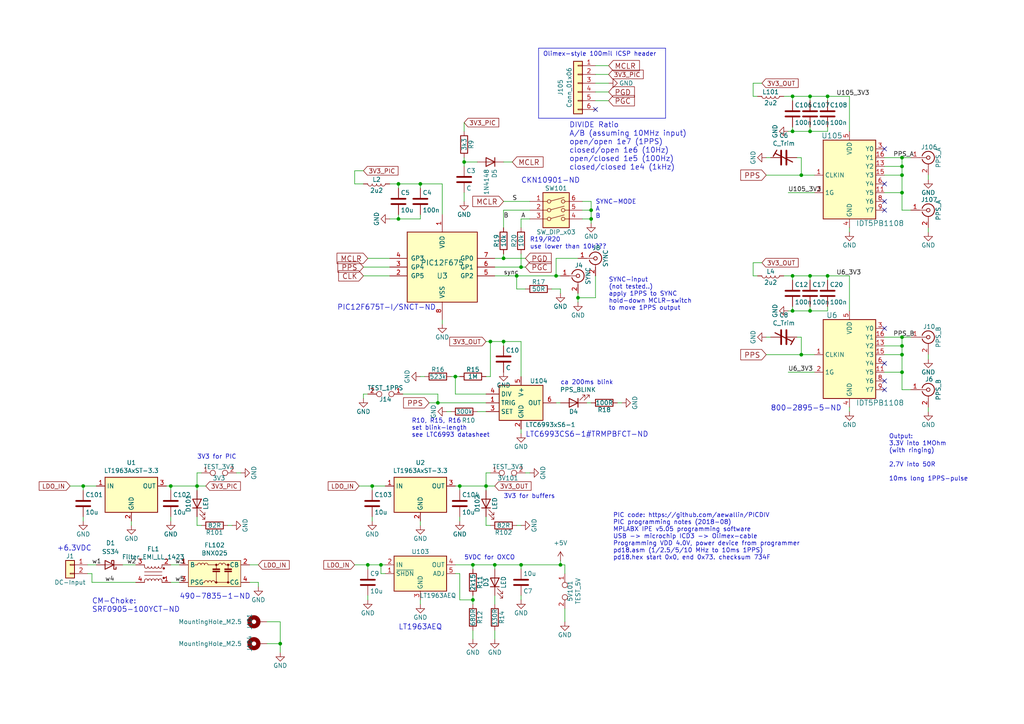
<source format=kicad_sch>
(kicad_sch (version 20231120) (generator "eeschema") (generator_version "8.0")
  (paper "A4")
  (title_block (title "PICDIV - PPS-board - v4 AF") (date "2024-11-19") (rev "2024-11") (company "anders.e.e.wallin \"at\" gmail.com") (comment 1 "2018-08-01 first proto-boards order") (comment 2 "2018-08 revision based on first protoboard, second protoboard run") (comment 3 "2019-01 version3 design, publish on github"))
  (junction (at 229.87 27.94))
  (junction (at 229.87 90.17))
  (junction (at 229.87 80.01))
  (junction (at 229.87 38.1))
  (junction (at 149.86 80.01))
  (junction (at 171.45 63.5))
  (junction (at 121.92 53.34))
  (junction (at 142.24 99.06))
  (junction (at 234.95 27.94))
  (junction (at 137.16 163.83))
  (junction (at 167.64 86.36))
  (junction (at 261.62 102.87))
  (junction (at 146.05 99.06))
  (junction (at 234.95 90.17))
  (junction (at 162.56 163.83))
  (junction (at 232.41 50.8))
  (junction (at 110.49 163.83))
  (junction (at 234.95 38.1))
  (junction (at 134.62 46.99))
  (junction (at 137.16 173.99))
  (junction (at 132.08 109.22))
  (junction (at 57.15 140.97))
  (junction (at 81.28 186.69))
  (junction (at 140.97 140.97))
  (junction (at 261.62 48.26))
  (junction (at 151.13 77.47))
  (junction (at 240.03 80.01))
  (junction (at 49.53 140.97))
  (junction (at 232.41 102.87))
  (junction (at 261.62 97.79))
  (junction (at 107.95 140.97))
  (junction (at 24.13 140.97))
  (junction (at 161.29 80.01))
  (junction (at 261.62 50.8))
  (junction (at 127 116.84))
  (junction (at 115.57 63.5))
  (junction (at 171.45 60.96))
  (junction (at 146.05 74.93))
  (junction (at 234.95 80.01))
  (junction (at 143.51 163.83))
  (junction (at 240.03 27.94))
  (junction (at 133.35 140.97))
  (junction (at 151.13 163.83))
  (junction (at 261.62 45.72))
  (junction (at 261.62 100.33))
  (junction (at 261.62 55.88))
  (junction (at 261.62 107.95))
  (junction (at 106.68 163.83))
  (junction (at 115.57 53.34))
  (no_connect (at 256.54 53.34))
  (no_connect (at 256.54 58.42))
  (no_connect (at 256.54 43.18))
  (no_connect (at 172.72 31.75))
  (no_connect (at 256.54 113.03))
  (no_connect (at 256.54 95.25))
  (no_connect (at 256.54 105.41))
  (no_connect (at 256.54 110.49))
  (no_connect (at 256.54 60.96))
  (wire (pts (xy 234.95 36.83) (xy 234.95 38.1)))
  (wire (pts (xy 161.29 80.01) (xy 149.86 80.01)))
  (wire (pts (xy 176.53 21.59) (xy 172.72 21.59)))
  (wire (pts (xy 81.28 180.34) (xy 81.28 186.69)))
  (wire (pts (xy 256.54 45.72) (xy 261.62 45.72)))
  (wire (pts (xy 171.45 63.5) (xy 171.45 64.77)))
  (wire (pts (xy 151.13 125.73) (xy 151.13 124.46)))
  (wire (pts (xy 176.53 19.05) (xy 172.72 19.05)))
  (wire (pts (xy 240.03 90.17) (xy 240.03 88.9)))
  (polyline (pts (xy 156.21 13.97) (xy 193.04 13.97)))
  (wire (pts (xy 171.45 116.84) (xy 170.18 116.84)))
  (wire (pts (xy 140.97 99.06) (xy 142.24 99.06)))
  (wire (pts (xy 261.62 55.88) (xy 261.62 50.8)))
  (wire (pts (xy 148.59 46.99) (xy 146.05 46.99)))
  (wire (pts (xy 140.97 119.38) (xy 138.43 119.38)))
  (wire (pts (xy 106.68 163.83) (xy 102.87 163.83)))
  (wire (pts (xy 27.94 140.97) (xy 24.13 140.97)))
  (wire (pts (xy 162.56 83.82) (xy 160.02 83.82)))
  (wire (pts (xy 261.62 60.96) (xy 261.62 55.88)))
  (wire (pts (xy 152.4 74.93) (xy 146.05 74.93)))
  (wire (pts (xy 151.13 109.22) (xy 151.13 99.06)))
  (wire (pts (xy 234.95 38.1) (xy 240.03 38.1)))
  (wire (pts (xy 132.08 163.83) (xy 137.16 163.83)))
  (wire (pts (xy 261.62 45.72) (xy 264.16 45.72)))
  (wire (pts (xy 52.07 168.91) (xy 49.53 168.91)))
  (wire (pts (xy 264.16 60.96) (xy 261.62 60.96)))
  (wire (pts (xy 228.6 90.17) (xy 229.87 90.17)))
  (wire (pts (xy 246.38 119.38) (xy 246.38 118.11)))
  (wire (pts (xy 223.52 97.79) (xy 222.25 97.79)))
  (wire (pts (xy 39.37 163.83) (xy 35.56 163.83)))
  (wire (pts (xy 256.54 107.95) (xy 261.62 107.95)))
  (wire (pts (xy 162.56 163.83) (xy 162.56 162.56)))
  (polyline (pts (xy 193.04 13.97) (xy 193.04 34.29)))
  (wire (pts (xy 25.4 163.83) (xy 27.94 163.83)))
  (wire (pts (xy 143.51 77.47) (xy 151.13 77.47)))
  (wire (pts (xy 261.62 107.95) (xy 261.62 102.87)))
  (wire (pts (xy 229.87 36.83) (xy 229.87 38.1)))
  (wire (pts (xy 246.38 80.01) (xy 240.03 80.01)))
  (wire (pts (xy 134.62 45.72) (xy 134.62 46.99)))
  (wire (pts (xy 128.27 93.98) (xy 128.27 92.71)))
  (wire (pts (xy 240.03 80.01) (xy 234.95 80.01)))
  (wire (pts (xy 143.51 185.42) (xy 143.51 182.88)))
  (wire (pts (xy 140.97 140.97) (xy 140.97 142.24)))
  (wire (pts (xy 151.13 152.4) (xy 149.86 152.4)))
  (wire (pts (xy 111.76 163.83) (xy 110.49 163.83)))
  (wire (pts (xy 113.03 77.47) (xy 105.41 77.47)))
  (wire (pts (xy 151.13 173.99) (xy 151.13 172.72)))
  (wire (pts (xy 121.92 62.23) (xy 121.92 63.5)))
  (wire (pts (xy 168.91 58.42) (xy 171.45 58.42)))
  (wire (pts (xy 163.83 163.83) (xy 163.83 166.37)))
  (wire (pts (xy 246.38 27.94) (xy 240.03 27.94)))
  (wire (pts (xy 142.24 109.22) (xy 140.97 109.22)))
  (wire (pts (xy 138.43 46.99) (xy 134.62 46.99)))
  (wire (pts (xy 261.62 102.87) (xy 261.62 100.33)))
  (wire (pts (xy 26.67 166.37) (xy 25.4 166.37)))
  (wire (pts (xy 229.87 81.28) (xy 229.87 80.01)))
  (wire (pts (xy 229.87 90.17) (xy 234.95 90.17)))
  (wire (pts (xy 102.87 53.34) (xy 105.41 53.34)))
  (wire (pts (xy 140.97 116.84) (xy 127 116.84)))
  (wire (pts (xy 232.41 102.87) (xy 222.25 102.87)))
  (wire (pts (xy 231.14 45.72) (xy 232.41 45.72)))
  (wire (pts (xy 161.29 74.93) (xy 161.29 80.01)))
  (wire (pts (xy 72.39 168.91) (xy 74.93 168.91)))
  (wire (pts (xy 137.16 173.99) (xy 137.16 175.26)))
  (wire (pts (xy 49.53 140.97) (xy 49.53 142.24)))
  (wire (pts (xy 106.68 173.99) (xy 106.68 172.72)))
  (wire (pts (xy 49.53 140.97) (xy 57.15 140.97)))
  (wire (pts (xy 149.86 80.01) (xy 143.51 80.01)))
  (wire (pts (xy 67.31 152.4) (xy 66.04 152.4)))
  (wire (pts (xy 149.86 83.82) (xy 149.86 80.01)))
  (wire (pts (xy 142.24 99.06) (xy 146.05 99.06)))
  (wire (pts (xy 143.51 74.93) (xy 146.05 74.93)))
  (wire (pts (xy 143.51 163.83) (xy 151.13 163.83)))
  (wire (pts (xy 151.13 99.06) (xy 146.05 99.06)))
  (wire (pts (xy 133.35 173.99) (xy 137.16 173.99)))
  (wire (pts (xy 132.08 109.22) (xy 130.81 109.22)))
  (wire (pts (xy 232.41 50.8) (xy 222.25 50.8)))
  (wire (pts (xy 163.83 180.34) (xy 163.83 176.53)))
  (wire (pts (xy 153.67 63.5) (xy 151.13 63.5)))
  (polyline (pts (xy 156.21 34.29) (xy 156.21 13.97)))
  (wire (pts (xy 142.24 99.06) (xy 142.24 109.22)))
  (wire (pts (xy 220.98 24.13) (xy 218.44 24.13)))
  (wire (pts (xy 113.03 74.93) (xy 106.68 74.93)))
  (wire (pts (xy 102.87 49.53) (xy 102.87 53.34)))
  (wire (pts (xy 261.62 100.33) (xy 261.62 97.79)))
  (wire (pts (xy 151.13 163.83) (xy 151.13 165.1)))
  (wire (pts (xy 140.97 137.16) (xy 140.97 140.97)))
  (wire (pts (xy 261.62 48.26) (xy 261.62 45.72)))
  (wire (pts (xy 256.54 50.8) (xy 261.62 50.8)))
  (wire (pts (xy 143.51 140.97) (xy 140.97 140.97)))
  (wire (pts (xy 229.87 88.9) (xy 229.87 90.17)))
  (wire (pts (xy 137.16 172.72) (xy 137.16 173.99)))
  (wire (pts (xy 132.08 166.37) (xy 133.35 166.37)))
  (wire (pts (xy 133.35 151.13) (xy 133.35 149.86)))
  (wire (pts (xy 106.68 165.1) (xy 106.68 163.83)))
  (wire (pts (xy 121.92 63.5) (xy 115.57 63.5)))
  (wire (pts (xy 121.92 152.4) (xy 121.92 151.13)))
  (wire (pts (xy 105.41 114.3) (xy 105.41 115.57)))
  (wire (pts (xy 58.42 137.16) (xy 57.15 137.16)))
  (wire (pts (xy 127 114.3) (xy 127 116.84)))
  (wire (pts (xy 153.67 58.42) (xy 146.05 58.42)))
  (wire (pts (xy 146.05 74.93) (xy 146.05 73.66)))
  (wire (pts (xy 107.95 142.24) (xy 107.95 140.97)))
  (wire (pts (xy 264.16 113.03) (xy 261.62 113.03)))
  (wire (pts (xy 107.95 151.13) (xy 107.95 149.86)))
  (wire (pts (xy 26.67 168.91) (xy 26.67 166.37)))
  (wire (pts (xy 116.84 114.3) (xy 127 114.3)))
  (wire (pts (xy 162.56 163.83) (xy 163.83 163.83)))
  (wire (pts (xy 68.58 137.16) (xy 69.85 137.16)))
  (wire (pts (xy 256.54 100.33) (xy 261.62 100.33)))
  (wire (pts (xy 246.38 67.31) (xy 246.38 66.04)))
  (wire (pts (xy 261.62 97.79) (xy 264.16 97.79)))
  (wire (pts (xy 256.54 97.79) (xy 261.62 97.79)))
  (wire (pts (xy 168.91 60.96) (xy 171.45 60.96)))
  (wire (pts (xy 77.47 186.69) (xy 81.28 186.69)))
  (wire (pts (xy 246.38 38.1) (xy 246.38 27.94)))
  (wire (pts (xy 167.64 86.36) (xy 167.64 87.63)))
  (wire (pts (xy 130.81 119.38) (xy 129.54 119.38)))
  (wire (pts (xy 229.87 38.1) (xy 234.95 38.1)))
  (wire (pts (xy 232.41 45.72) (xy 232.41 50.8)))
  (wire (pts (xy 143.51 175.26) (xy 143.51 172.72)))
  (wire (pts (xy 133.35 140.97) (xy 140.97 140.97)))
  (wire (pts (xy 127 116.84) (xy 124.46 116.84)))
  (wire (pts (xy 137.16 163.83) (xy 143.51 163.83)))
  (wire (pts (xy 234.95 88.9) (xy 234.95 90.17)))
  (wire (pts (xy 269.24 52.07) (xy 269.24 50.8)))
  (wire (pts (xy 234.95 81.28) (xy 234.95 80.01)))
  (wire (pts (xy 153.67 60.96) (xy 146.05 60.96)))
  (wire (pts (xy 269.24 104.14) (xy 269.24 102.87)))
  (wire (pts (xy 229.87 29.21) (xy 229.87 27.94)))
  (wire (pts (xy 240.03 27.94) (xy 234.95 27.94)))
  (wire (pts (xy 176.53 29.21) (xy 172.72 29.21)))
  (wire (pts (xy 234.95 27.94) (xy 229.87 27.94)))
  (wire (pts (xy 152.4 77.47) (xy 151.13 77.47)))
  (wire (pts (xy 232.41 97.79) (xy 232.41 102.87)))
  (wire (pts (xy 113.03 53.34) (xy 115.57 53.34)))
  (wire (pts (xy 146.05 60.96) (xy 146.05 66.04)))
  (wire (pts (xy 24.13 142.24) (xy 24.13 140.97)))
  (wire (pts (xy 132.08 140.97) (xy 133.35 140.97)))
  (wire (pts (xy 24.13 151.13) (xy 24.13 149.86)))
  (wire (pts (xy 228.6 38.1) (xy 229.87 38.1)))
  (wire (pts (xy 110.49 166.37) (xy 110.49 163.83)))
  (wire (pts (xy 115.57 53.34) (xy 121.92 53.34)))
  (wire (pts (xy 256.54 48.26) (xy 261.62 48.26)))
  (wire (pts (xy 137.16 185.42) (xy 137.16 182.88)))
  (wire (pts (xy 132.08 114.3) (xy 140.97 114.3)))
  (wire (pts (xy 220.98 76.2) (xy 218.44 76.2)))
  (wire (pts (xy 146.05 99.06) (xy 146.05 100.33)))
  (wire (pts (xy 151.13 63.5) (xy 151.13 66.04)))
  (wire (pts (xy 133.35 140.97) (xy 133.35 142.24)))
  (wire (pts (xy 59.69 140.97) (xy 57.15 140.97)))
  (wire (pts (xy 134.62 58.42) (xy 134.62 55.88)))
  (wire (pts (xy 223.52 45.72) (xy 222.25 45.72)))
  (wire (pts (xy 151.13 163.83) (xy 162.56 163.83)))
  (wire (pts (xy 234.95 80.01) (xy 229.87 80.01)))
  (wire (pts (xy 218.44 76.2) (xy 218.44 80.01)))
  (wire (pts (xy 115.57 63.5) (xy 113.03 63.5)))
  (wire (pts (xy 234.95 29.21) (xy 234.95 27.94)))
  (wire (pts (xy 121.92 54.61) (xy 121.92 53.34)))
  (wire (pts (xy 24.13 140.97) (xy 20.32 140.97)))
  (wire (pts (xy 229.87 80.01) (xy 227.33 80.01)))
  (wire (pts (xy 128.27 53.34) (xy 128.27 62.23)))
  (wire (pts (xy 123.19 109.22) (xy 121.92 109.22)))
  (wire (pts (xy 57.15 140.97) (xy 57.15 142.24)))
  (wire (pts (xy 140.97 152.4) (xy 142.24 152.4)))
  (wire (pts (xy 57.15 152.4) (xy 58.42 152.4)))
  (wire (pts (xy 162.56 80.01) (xy 161.29 80.01)))
  (wire (pts (xy 151.13 77.47) (xy 151.13 73.66)))
  (wire (pts (xy 52.07 163.83) (xy 49.53 163.83)))
  (wire (pts (xy 39.37 168.91) (xy 26.67 168.91)))
  (wire (pts (xy 234.95 90.17) (xy 240.03 90.17)))
  (wire (pts (xy 110.49 163.83) (xy 106.68 163.83)))
  (wire (pts (xy 219.71 27.94) (xy 218.44 27.94)))
  (wire (pts (xy 180.34 116.84) (xy 179.07 116.84)))
  (wire (pts (xy 140.97 149.86) (xy 140.97 152.4)))
  (wire (pts (xy 219.71 80.01) (xy 218.44 80.01)))
  (wire (pts (xy 132.08 109.22) (xy 132.08 114.3)))
  (wire (pts (xy 168.91 63.5) (xy 171.45 63.5)))
  (wire (pts (xy 152.4 83.82) (xy 149.86 83.82)))
  (wire (pts (xy 229.87 27.94) (xy 227.33 27.94)))
  (wire (pts (xy 133.35 166.37) (xy 133.35 173.99)))
  (wire (pts (xy 115.57 54.61) (xy 115.57 53.34)))
  (wire (pts (xy 133.35 109.22) (xy 132.08 109.22)))
  (wire (pts (xy 269.24 67.31) (xy 269.24 66.04)))
  (wire (pts (xy 49.53 151.13) (xy 49.53 149.86)))
  (wire (pts (xy 134.62 46.99) (xy 134.62 48.26)))
  (wire (pts (xy 107.95 140.97) (xy 104.14 140.97)))
  (wire (pts (xy 143.51 163.83) (xy 143.51 165.1)))
  (wire (pts (xy 113.03 80.01) (xy 105.41 80.01)))
  (wire (pts (xy 105.41 49.53) (xy 102.87 49.53)))
  (wire (pts (xy 72.39 163.83) (xy 74.93 163.83)))
  (wire (pts (xy 57.15 137.16) (xy 57.15 140.97)))
  (wire (pts (xy 231.14 97.79) (xy 232.41 97.79)))
  (wire (pts (xy 111.76 166.37) (xy 110.49 166.37)))
  (wire (pts (xy 162.56 85.09) (xy 162.56 83.82)))
  (wire (pts (xy 236.22 102.87) (xy 232.41 102.87)))
  (wire (pts (xy 121.92 53.34) (xy 128.27 53.34)))
  (wire (pts (xy 167.64 85.09) (xy 167.64 86.36)))
  (wire (pts (xy 121.92 175.26) (xy 121.92 173.99)))
  (wire (pts (xy 240.03 80.01) (xy 240.03 81.28)))
  (wire (pts (xy 134.62 38.1) (xy 134.62 35.56)))
  (wire (pts (xy 269.24 119.38) (xy 269.24 118.11)))
  (wire (pts (xy 77.47 180.34) (xy 81.28 180.34)))
  (wire (pts (xy 162.56 116.84) (xy 161.29 116.84)))
  (wire (pts (xy 256.54 55.88) (xy 261.62 55.88)))
  (wire (pts (xy 246.38 90.17) (xy 246.38 80.01)))
  (wire (pts (xy 57.15 149.86) (xy 57.15 152.4)))
  (wire (pts (xy 261.62 113.03) (xy 261.62 107.95)))
  (wire (pts (xy 152.4 137.16) (xy 153.67 137.16)))
  (wire (pts (xy 115.57 62.23) (xy 115.57 63.5)))
  (wire (pts (xy 161.29 74.93) (xy 167.64 74.93)))
  (wire (pts (xy 142.24 137.16) (xy 140.97 137.16)))
  (wire (pts (xy 236.22 50.8) (xy 232.41 50.8)))
  (wire (pts (xy 74.93 168.91) (xy 74.93 170.18)))
  (wire (pts (xy 48.26 140.97) (xy 49.53 140.97)))
  (wire (pts (xy 81.28 186.69) (xy 81.28 189.23)))
  (wire (pts (xy 176.53 26.67) (xy 172.72 26.67)))
  (wire (pts (xy 38.1 152.4) (xy 38.1 151.13)))
  (wire (pts (xy 137.16 163.83) (xy 137.16 165.1)))
  (polyline (pts (xy 193.04 34.29) (xy 156.21 34.29)))
  (wire (pts (xy 256.54 102.87) (xy 261.62 102.87)))
  (wire (pts (xy 171.45 60.96) (xy 171.45 63.5)))
  (wire (pts (xy 236.22 55.88) (xy 228.6 55.88)))
  (wire (pts (xy 106.68 114.3) (xy 105.41 114.3)))
  (wire (pts (xy 240.03 38.1) (xy 240.03 36.83)))
  (wire (pts (xy 176.53 24.13) (xy 172.72 24.13)))
  (wire (pts (xy 111.76 140.97) (xy 107.95 140.97)))
  (wire (pts (xy 240.03 27.94) (xy 240.03 29.21)))
  (wire (pts (xy 218.44 24.13) (xy 218.44 27.94)))
  (wire (pts (xy 236.22 107.95) (xy 228.6 107.95)))
  (wire (pts (xy 172.72 80.01) (xy 172.72 86.36)))
  (wire (pts (xy 261.62 50.8) (xy 261.62 48.26)))
  (wire (pts (xy 171.45 58.42) (xy 171.45 60.96)))
  (wire (pts (xy 172.72 86.36) (xy 167.64 86.36)))
  (text "LT1963AEQ" (at 115.57 182.88 0) (effects (font (size 1.524 1.524)) (justify left bottom)))
  (text "PIC code: https://github.com/aewallin/PICDIV\nPIC programming notes (2018-08)\nMPLABX IPE v5.05 programming software\nUSB -> microchip ICD3 -> Olimex-cable\nProgramming VDD 4.0V, power device from programmer\npd18.asm (1/2.5/5/10 MHz to 10ms 1PPS)\npd18.hex start 0x0, end 0x73. checksum 734F\n" (at 177.8 162.56 0) (effects (font (size 1.27 1.27)) (justify left bottom)))
  (text "+6.3VDC" (at 16.51 160.02 0) (effects (font (size 1.524 1.524)) (justify left bottom)))
  (text "DIVIDE Ratio\nA/B (assuming 10MHz input)\nopen/open 1e7 (1PPS)\nclosed/open 1e6 (10Hz)\nopen/closed 1e5 (100Hz)\nclosed/closed 1e4 (1kHz)\n" (at 165.1 49.53 0) (effects (font (size 1.524 1.524)) (justify left bottom)))
  (text "Output:\n3.3V into 1MOhm \n(with ringing)\n\n2.7V into 50R\n\n10ms long 1PPS-pulse" (at 257.81 139.7 0) (effects (font (size 1.27 1.27)) (justify left bottom)))
  (text "ca 200ms blink" (at 162.56 111.76 0) (effects (font (size 1.27 1.27)) (justify left bottom)))
  (text "SYNC-MODE\nA\nB" (at 172.72 63.5 0) (effects (font (size 1.27 1.27)) (justify left bottom)))
  (text "R10, R15, R16\nset blink-length\nsee LTC6993 datasheet" (at 119.38 127 0) (effects (font (size 1.27 1.27)) (justify left bottom)))
  (text "LTC6993CS6-1#TRMPBFCT-ND" (at 152.4 127 0) (effects (font (size 1.524 1.524)) (justify left bottom)))
  (text "CKN10901-ND " (at 151.13 53.34 0) (effects (font (size 1.524 1.524)) (justify left bottom)))
  (text "3V3 for buffers" (at 146.05 144.78 0) (effects (font (size 1.27 1.27)) (justify left bottom)))
  (text "CM-Choke:\nSRF0905-100YCT-ND " (at 26.67 177.8 0) (effects (font (size 1.524 1.524)) (justify left bottom)))
  (text "490-7835-1-ND" (at 52.07 173.99 0) (effects (font (size 1.524 1.524)) (justify left bottom)))
  (text "Olimex-style 100mil ICSP header" (at 157.48 16.51 0) (effects (font (size 1.27 1.27)) (justify left bottom)))
  (text "R19/R20\nuse lower than 10k???" (at 153.67 72.39 0) (effects (font (size 1.27 1.27)) (justify left bottom)))
  (text "800-2895-5-ND" (at 223.52 119.38 0) (effects (font (size 1.524 1.524)) (justify left bottom)))
  (text "5VDC for OXCO" (at 134.62 162.56 0) (effects (font (size 1.27 1.27)) (justify left bottom)))
  (text "3V3 for PIC" (at 57.15 133.35 0) (effects (font (size 1.27 1.27)) (justify left bottom)))
  (text "PIC12F675T-I/SNCT-ND" (at 97.79 90.17 0) (effects (font (size 1.524 1.524)) (justify left bottom)))
  (text "SYNC-input\n(not tested..)\napply 1PPS to SYNC\nhold-down MCLR-switch\nto move 1PPS output" (at 176.53 90.17 0) (effects (font (size 1.27 1.27)) (justify left bottom)))
  (label "U105_3V3" (at 242.57 27.94 0))
  (label "PPS_B" (at 259.08 97.79 0))
  (label "U6_3V3" (at 242.57 80.01 0))
  (label "B" (at 146.05 63.5 0))
  (label "w1" (at 26.67 163.83 0))
  (label "U6_3V3" (at 228.6 107.95 0))
  (label "sync" (at 146.05 80.01 0))
  (label "PPS_A" (at 259.08 45.72 0))
  (label "w4" (at 30.48 168.91 0))
  (label "w3" (at 50.8 163.83 0))
  (label "S" (at 148.59 58.42 0))
  (label "A" (at 151.13 63.5 0))
  (label "w5" (at 50.8 168.91 0))
  (label "U105_3V3" (at 228.6 55.88 0))
  (label "w2" (at 36.83 163.83 0))
  (global_label "3V3_PIC" (shape input) (at 105.41 49.53 0) (property "Intersheetrefs" "${INTERSHEET_REFS}" (effects (hide yes))))
  (global_label "3V3_PIC" (shape input) (at 59.69 140.97 0) (property "Intersheetrefs" "${INTERSHEET_REFS}" (effects (hide yes))))
  (global_label "PPS" (shape input) (at 105.41 77.47 180) (effects (font (size 1.524 1.524))) (property "Intersheetrefs" "${INTERSHEET_REFS}" (effects (hide yes))))
  (global_label "LDO_IN" (shape input) (at 74.93 163.83 0) (property "Intersheetrefs" "${INTERSHEET_REFS}" (effects (hide yes))))
  (global_label "3V3_OUT" (shape input) (at 143.51 140.97 0) (property "Intersheetrefs" "${INTERSHEET_REFS}" (effects (hide yes))))
  (global_label "3V3_PIC" (shape input) (at 134.62 35.56 0) (property "Intersheetrefs" "${INTERSHEET_REFS}" (effects (hide yes))))
  (global_label "PPS" (shape input) (at 222.25 50.8 180) (effects (font (size 1.524 1.524))) (property "Intersheetrefs" "${INTERSHEET_REFS}" (effects (hide yes))))
  (global_label "3V3_OUT" (shape input) (at 220.98 76.2 0) (property "Intersheetrefs" "${INTERSHEET_REFS}" (effects (hide yes))))
  (global_label "PPS" (shape input) (at 222.25 102.87 180) (effects (font (size 1.524 1.524))) (property "Intersheetrefs" "${INTERSHEET_REFS}" (effects (hide yes))))
  (global_label "PPS" (shape input) (at 124.46 116.84 180) (effects (font (size 1.524 1.524))) (property "Intersheetrefs" "${INTERSHEET_REFS}" (effects (hide yes))))
  (global_label "CLK" (shape input) (at 105.41 80.01 180) (effects (font (size 1.524 1.524))) (property "Intersheetrefs" "${INTERSHEET_REFS}" (effects (hide yes))))
  (global_label "MCLR" (shape input) (at 146.05 58.42 180) (effects (font (size 1.524 1.524))) (property "Intersheetrefs" "${INTERSHEET_REFS}" (effects (hide yes))))
  (global_label "3V3_PIC" (shape input) (at 176.53 21.59 0) (property "Intersheetrefs" "${INTERSHEET_REFS}" (effects (hide yes))))
  (global_label "MCLR" (shape input) (at 148.59 46.99 0) (effects (font (size 1.524 1.524))) (property "Intersheetrefs" "${INTERSHEET_REFS}" (effects (hide yes))))
  (global_label "PGD" (shape input) (at 152.4 74.93 0) (effects (font (size 1.524 1.524))) (property "Intersheetrefs" "${INTERSHEET_REFS}" (effects (hide yes))))
  (global_label "3V3_OUT" (shape input) (at 220.98 24.13 0) (property "Intersheetrefs" "${INTERSHEET_REFS}" (effects (hide yes))))
  (global_label "PGC" (shape input) (at 176.53 29.21 0) (effects (font (size 1.524 1.524))) (property "Intersheetrefs" "${INTERSHEET_REFS}" (effects (hide yes))))
  (global_label "LDO_IN" (shape input) (at 102.87 163.83 180) (property "Intersheetrefs" "${INTERSHEET_REFS}" (effects (hide yes))))
  (global_label "LDO_IN" (shape input) (at 20.32 140.97 180) (property "Intersheetrefs" "${INTERSHEET_REFS}" (effects (hide yes))))
  (global_label "PGC" (shape input) (at 152.4 77.47 0) (effects (font (size 1.524 1.524))) (property "Intersheetrefs" "${INTERSHEET_REFS}" (effects (hide yes))))
  (global_label "LDO_IN" (shape input) (at 104.14 140.97 180) (property "Intersheetrefs" "${INTERSHEET_REFS}" (effects (hide yes))))
  (global_label "PGD" (shape input) (at 176.53 26.67 0) (effects (font (size 1.524 1.524))) (property "Intersheetrefs" "${INTERSHEET_REFS}" (effects (hide yes))))
  (global_label "MCLR" (shape input) (at 106.68 74.93 180) (effects (font (size 1.524 1.524))) (property "Intersheetrefs" "${INTERSHEET_REFS}" (effects (hide yes))))
  (global_label "MCLR" (shape input) (at 176.53 19.05 0) (effects (font (size 1.524 1.524))) (property "Intersheetrefs" "${INTERSHEET_REFS}" (effects (hide yes))))
  (global_label "3V3_OUT" (shape input) (at 140.97 99.06 180) (property "Intersheetrefs" "${INTERSHEET_REFS}" (effects (hide yes))))
  (symbol (lib_id "MCU_Microchip_PIC12:PIC12F675-ISN") (at 128.27 77.47 0) (mirror y) (unit 1)
    (property "Reference" "U3" (at 128.27 80.01 0) (effects (font (size 1.524 1.524))))
    (property "Value" "PIC12F675" (at 128.27 76.2 0) (effects (font (size 1.524 1.524))))
    (property "Footprint" "Package_SO:SOIC-8_3.9x4.9mm_P1.27mm" (effects (hide yes)))
  )
  (symbol (lib_id "Device:C") (at 121.92 58.42 0) (unit 1)
    (property "Reference" "C4" (at 122.555 55.88 0) (effects (justify left)))
    (property "Value" "100n" (at 122.555 60.96 0) (effects (justify left)))
    (property "Footprint" "Capacitor_SMD:C_0805_2012Metric" (effects (hide yes)))
  )
  (symbol (lib_id "Device:C") (at 115.57 58.42 0) (unit 1)
    (property "Reference" "C5" (at 116.205 55.88 0) (effects (justify left)))
    (property "Value" "10u" (at 116.205 60.96 0) (effects (justify left)))
    (property "Footprint" "Capacitor_SMD:C_0805_2012Metric" (effects (hide yes)))
  )
  (symbol (lib_id "Device:L") (at 109.22 53.34 270) (unit 1)
    (property "Reference" "L2" (at 109.22 52.07 90))
    (property "Value" "2u2" (at 109.22 55.245 90))
    (property "Footprint" "Inductor_SMD:L_0805_2012Metric" (effects (hide yes)))
  )
  (symbol (lib_id "Connector_Generic:Conn_01x02") (at 20.32 163.83 0) (mirror y) (unit 1)
    (property "Reference" "J1" (at 20.32 161.29 0))
    (property "Value" "DC-Input" (at 20.32 168.91 0))
    (property "Footprint" "Connectors_Terminal_Blocks:TerminalBlock_bornier-2_P5.08mm" (effects (hide yes)))
  )
  (symbol (lib_id "power:GND") (at 74.93 170.18 0) (unit 1)
    (property "Reference" "#PWR011" (effects (hide yes)))
    (property "Value" "GND" (at 74.93 173.99 0))
  )
  (symbol (lib_id "Device:R") (at 137.16 168.91 0) (unit 1)
    (property "Reference" "R11" (at 139.192 168.91 90))
    (property "Value" "2k15" (at 137.16 168.91 90))
    (property "Footprint" "Resistor_SMD:R_0805_2012Metric" (effects (hide yes)))
  )
  (symbol (lib_id "Device:R") (at 137.16 179.07 0) (unit 1)
    (property "Reference" "R12" (at 139.192 179.07 90))
    (property "Value" "680R" (at 137.16 179.07 90))
    (property "Footprint" "Resistor_SMD:R_0805_2012Metric" (effects (hide yes)))
  )
  (symbol (lib_id "Device:C") (at 151.13 168.91 0) (mirror x) (unit 1)
    (property "Reference" "C7" (at 151.765 171.45 0) (effects (justify left)))
    (property "Value" "10u" (at 151.765 166.37 0) (effects (justify left)))
    (property "Footprint" "Capacitor_SMD:C_0805_2012Metric" (effects (hide yes)))
  )
  (symbol (lib_id "Device:C") (at 106.68 168.91 0) (unit 1)
    (property "Reference" "C9" (at 107.315 166.37 0) (effects (justify left)))
    (property "Value" "10u" (at 107.315 171.45 0) (effects (justify left)))
    (property "Footprint" "Capacitor_SMD:C_0805_2012Metric" (effects (hide yes)))
  )
  (symbol (lib_id "Device:LED") (at 143.51 168.91 90) (unit 1)
    (property "Reference" "D3" (at 140.97 168.91 0))
    (property "Value" "LED" (at 146.05 168.91 0))
    (property "Footprint" "LED_SMD:LED_0805_2012Metric" (effects (hide yes)))
  )
  (symbol (lib_id "power:GND") (at 137.16 185.42 0) (unit 1)
    (property "Reference" "#PWR013" (effects (hide yes)))
    (property "Value" "GND" (at 137.16 189.23 0))
  )
  (symbol (lib_id "Device:R") (at 143.51 179.07 0) (unit 1)
    (property "Reference" "R14" (at 145.542 179.07 90))
    (property "Value" "330R" (at 143.51 179.07 90))
    (property "Footprint" "Resistor_SMD:R_0805_2012Metric" (effects (hide yes)))
  )
  (symbol (lib_id "power:GND") (at 143.51 185.42 0) (unit 1)
    (property "Reference" "#PWR014" (effects (hide yes)))
    (property "Value" "GND" (at 143.51 189.23 0))
  )
  (symbol (lib_id "power:GND") (at 151.13 173.99 0) (unit 1)
    (property "Reference" "#PWR015" (effects (hide yes)))
    (property "Value" "GND" (at 151.13 177.8 0))
  )
  (symbol (lib_id "Device:R") (at 134.62 41.91 0) (unit 1)
    (property "Reference" "R9" (at 136.652 41.91 90))
    (property "Value" "3k3" (at 134.62 41.91 90))
    (property "Footprint" "Resistor_SMD:R_0805_2012Metric" (effects (hide yes)))
  )
  (symbol (lib_id "Device:C") (at 134.62 52.07 0) (unit 1)
    (property "Reference" "C3" (at 135.255 49.53 0) (effects (justify left)))
    (property "Value" "C" (at 135.255 54.61 0) (effects (justify left)))
    (property "Footprint" "Capacitor_SMD:C_0805_2012Metric" (effects (hide yes)))
  )
  (symbol (lib_id "power:GND") (at 134.62 58.42 0) (unit 1)
    (property "Reference" "#PWR019" (effects (hide yes)))
    (property "Value" "GND" (at 134.62 62.23 0))
  )
  (symbol (lib_id "power:GND") (at 176.53 24.13 90) (unit 1)
    (property "Reference" "#PWR021" (effects (hide yes)))
    (property "Value" "GND" (at 181.61 24.13 90))
  )
  (symbol (lib_id "Interface:5PB1108PGxx") (at 246.38 105.41 0) (unit 1)
    (property "Reference" "U6" (at 241.3 91.44 0) (effects (font (size 1.524 1.524))))
    (property "Value" "IDT5PB1108" (at 255.27 116.84 0) (effects (font (size 1.524 1.524))))
    (property "Footprint" "Package_SO:TSSOP-16_4.4x5mm_P0.65mm" (effects (hide yes)))
  )
  (symbol (lib_id "Connector:Conn_Coaxial") (at 269.24 113.03 0) (unit 1)
    (property "Reference" "J6" (at 269.494 109.982 0))
    (property "Value" "PPS_B" (at 272.161 113.03 90))
    (property "Footprint" "Connector_Coaxial:SMA_Molex_73251-2200_Horizontal" (effects (hide yes)))
  )
  (symbol (lib_id "Device:L") (at 223.52 80.01 270) (unit 1)
    (property "Reference" "L4" (at 223.52 78.74 90))
    (property "Value" "2u2" (at 223.52 81.915 90))
    (property "Footprint" "Inductor_SMD:L_0805_2012Metric" (effects (hide yes)))
  )
  (symbol (lib_id "Device:C") (at 229.87 85.09 0) (unit 1)
    (property "Reference" "C12" (at 230.505 82.55 0) (effects (justify left)))
    (property "Value" "100n" (at 230.505 87.63 0) (effects (justify left)))
    (property "Footprint" "Capacitor_SMD:C_0805_2012Metric" (effects (hide yes)))
  )
  (symbol (lib_id "Device:C") (at 234.95 85.09 0) (unit 1)
    (property "Reference" "C17" (at 235.585 82.55 0) (effects (justify left)))
    (property "Value" "100n" (at 235.585 87.63 0) (effects (justify left)))
    (property "Footprint" "Capacitor_SMD:C_0805_2012Metric" (effects (hide yes)))
  )
  (symbol (lib_id "Device:C") (at 240.03 85.09 0) (unit 1)
    (property "Reference" "C20" (at 240.665 82.55 0) (effects (justify left)))
    (property "Value" "100n" (at 240.665 87.63 0) (effects (justify left)))
    (property "Footprint" "Capacitor_SMD:C_0805_2012Metric" (effects (hide yes)))
  )
  (symbol (lib_id "power:GND") (at 269.24 119.38 0) (unit 1)
    (property "Reference" "#PWR023" (effects (hide yes)))
    (property "Value" "GND" (at 269.24 123.19 0))
  )
  (symbol (lib_id "power:GND") (at 246.38 119.38 0) (unit 1)
    (property "Reference" "#PWR024" (effects (hide yes)))
    (property "Value" "GND" (at 246.38 123.19 0))
  )
  (symbol (lib_id "power:GND") (at 222.25 97.79 270) (unit 1)
    (property "Reference" "#PWR031" (effects (hide yes)))
    (property "Value" "GND" (at 218.44 97.79 0))
  )
  (symbol (lib_id "Device:LED") (at 166.37 116.84 180) (unit 1)
    (property "Reference" "D4" (at 166.37 119.38 0))
    (property "Value" "PPS_BLINK" (at 167.64 113.03 0))
    (property "Footprint" "LED_SMD:LED_0805_2012Metric" (effects (hide yes)))
  )
  (symbol (lib_id "Device:R") (at 175.26 116.84 270) (unit 1)
    (property "Reference" "R18" (at 175.26 118.872 90))
    (property "Value" "100R" (at 175.26 116.84 90))
    (property "Footprint" "Resistor_SMD:R_0805_2012Metric" (effects (hide yes)))
  )
  (symbol (lib_id "power:GND") (at 180.34 116.84 90) (unit 1)
    (property "Reference" "#PWR033" (effects (hide yes)))
    (property "Value" "GND" (at 184.15 116.84 0))
  )
  (symbol (lib_id "Device:R") (at 137.16 109.22 90) (unit 1)
    (property "Reference" "R15" (at 137.16 107.188 90))
    (property "Value" "1M" (at 137.16 109.22 90))
    (property "Footprint" "Resistor_SMD:R_0805_2012Metric" (effects (hide yes)))
  )
  (symbol (lib_id "Device:R") (at 127 109.22 90) (unit 1)
    (property "Reference" "R16" (at 127 107.188 90))
    (property "Value" "523k" (at 127 109.22 90))
    (property "Footprint" "Resistor_SMD:R_0805_2012Metric" (effects (hide yes)))
  )
  (symbol (lib_id "Device:R") (at 134.62 119.38 90) (unit 1)
    (property "Reference" "R10" (at 135.89 121.92 90))
    (property "Value" "300k" (at 134.62 119.38 90))
    (property "Footprint" "Resistor_SMD:R_0805_2012Metric" (effects (hide yes)))
  )
  (symbol (lib_id "power:GND") (at 129.54 119.38 270) (unit 1)
    (property "Reference" "#PWR034" (effects (hide yes)))
    (property "Value" "GND" (at 125.73 119.38 0))
  )
  (symbol (lib_id "Device:C") (at 146.05 104.14 0) (unit 1)
    (property "Reference" "C10" (at 146.685 101.6 0) (effects (justify left)))
    (property "Value" "C" (at 146.685 106.68 0) (effects (justify left)))
    (property "Footprint" "Capacitor_SMD:C_0805_2012Metric" (effects (hide yes)))
  )
  (symbol (lib_id "power:GND") (at 146.05 107.95 0) (unit 1)
    (property "Reference" "#PWR037" (effects (hide yes)))
    (property "Value" "GND" (at 146.05 111.76 0))
  )
  (symbol (lib_id "power:GND") (at 151.13 125.73 0) (unit 1)
    (property "Reference" "#PWR038" (effects (hide yes)))
    (property "Value" "GND" (at 151.13 129.54 0))
  )
  (symbol (lib_id "Connector:Conn_Coaxial") (at 269.24 97.79 0) (unit 1)
    (property "Reference" "J10" (at 269.494 94.742 0))
    (property "Value" "PPS_B" (at 272.161 97.79 90))
    (property "Footprint" "Connector_Coaxial:BNC_Amphenol_B6252HB-NPP3G-50_Horizontal" (effects (hide yes)))
  )
  (symbol (lib_id "Connector:Conn_Coaxial") (at 172.72 74.93 0) (unit 1)
    (property "Reference" "J8" (at 172.974 71.882 0))
    (property "Value" "SYNC" (at 175.641 74.93 90))
    (property "Footprint" "Connector_Coaxial:BNC_Amphenol_B6252HB-NPP3G-50_Horizontal" (effects (hide yes)))
  )
  (symbol (lib_id "Connector:TestPoint_2Pole") (at 63.5 137.16 0) (mirror x) (unit 1)
    (property "Reference" "3V3" (at 63.5 138.684 0))
    (property "Value" "TEST_3V3" (at 63.5 135.382 0))
    (property "Footprint" "TestPoint:TestPoint_2Pads_Pitch2.54mm_Drill0.8mm" (effects (hide yes)))
  )
  (symbol (lib_id "Connector:TestPoint_2Pole") (at 163.83 171.45 270) (unit 1)
    (property "Reference" "5V101" (at 165.354 171.45 0))
    (property "Value" "TEST_5V" (at 167.64 171.45 0))
    (property "Footprint" "TestPoint:TestPoint_2Pads_Pitch2.54mm_Drill0.8mm" (effects (hide yes)))
  )
  (symbol (lib_id "power:GND") (at 163.83 180.34 0) (unit 1)
    (property "Reference" "#PWR049" (effects (hide yes)))
    (property "Value" "GND" (at 163.83 184.15 0))
  )
  (symbol (lib_id "Connector:TestPoint_2Pole") (at 111.76 114.3 180) (unit 1)
    (property "Reference" "J14" (at 111.76 115.824 0))
    (property "Value" "TEST_1PPS" (at 111.76 112.522 0))
    (property "Footprint" "TestPoint:TestPoint_2Pads_Pitch2.54mm_Drill0.8mm" (effects (hide yes)))
  )
  (symbol (lib_id "Switch:SW_DIP_x03") (at 161.29 63.5 0) (unit 1)
    (property "Reference" "SW101" (at 161.29 54.61 0))
    (property "Value" "SW_DIP_x03" (at 161.29 67.31 0))
    (property "Footprint" "Button_Switch_SMD:SW_DIP_SPSTx03_Slide_6.7x9.18mm_W8.61mm_P2.54mm_LowProfile" (effects (hide yes)))
  )
  (symbol (lib_id "Connector:Conn_Coaxial") (at 167.64 80.01 0) (unit 1)
    (property "Reference" "J4" (at 167.894 76.962 0))
    (property "Value" "SYNC" (at 170.561 80.01 90))
    (property "Footprint" "Connector_Coaxial:SMA_Molex_73251-2200_Horizontal" (effects (hide yes)))
  )
  (symbol (lib_id "Device:R") (at 156.21 83.82 90) (unit 1)
    (property "Reference" "R17" (at 156.21 81.788 90))
    (property "Value" "50R" (at 156.21 83.82 90))
    (property "Footprint" "Resistor_SMD:R_0805_2012Metric" (effects (hide yes)))
  )
  (symbol (lib_id "power:GND") (at 162.56 85.09 0) (unit 1)
    (property "Reference" "#PWR045" (effects (hide yes)))
    (property "Value" "GND" (at 162.56 88.9 0))
  )
  (symbol (lib_id "power:GND") (at 167.64 87.63 0) (unit 1)
    (property "Reference" "#PWR046" (effects (hide yes)))
    (property "Value" "GND" (at 167.64 91.44 0))
  )
  (symbol (lib_id "power:GND") (at 171.45 64.77 0) (unit 1)
    (property "Reference" "#PWR047" (effects (hide yes)))
    (property "Value" "GND" (at 171.45 68.58 0))
  )
  (symbol (lib_id "Mechanical:MountingHole_Pad") (at 74.93 180.34 90) (unit 1)
    (property "Reference" "J101" (at 72.39 180.34 0))
    (property "Value" "MountingHole_M2.5" (at 60.96 180.34 90))
    (property "Footprint" "MountingHole:MountingHole_2.7mm_M2.5_DIN965_Pad" (effects (hide yes)))
  )
  (symbol (lib_id "power:GND") (at 81.28 189.23 0) (unit 1)
    (property "Reference" "#PWR051" (effects (hide yes)))
    (property "Value" "GND" (at 81.28 193.04 0))
  )
  (symbol (lib_id "Device:R") (at 146.05 69.85 180) (unit 1)
    (property "Reference" "R19" (at 144.018 69.85 90))
    (property "Value" "10k" (at 146.05 69.85 90))
    (property "Footprint" "Resistor_SMD:R_0805_2012Metric" (effects (hide yes)))
  )
  (symbol (lib_id "Device:R") (at 151.13 69.85 180) (unit 1)
    (property "Reference" "R20" (at 149.098 69.85 90))
    (property "Value" "10k" (at 151.13 69.85 90))
    (property "Footprint" "Resistor_SMD:R_0805_2012Metric" (effects (hide yes)))
  )
  (symbol (lib_id "Device:D") (at 142.24 46.99 180) (unit 1)
    (property "Reference" "D5" (at 143.4084 48.9966 90) (effects (justify left)))
    (property "Value" "1N4148" (at 141.097 48.9966 90) (effects (justify left)))
    (property "Footprint" "Diodes_SMD:D_SOD-123" (effects (hide yes)))
  )
  (symbol (lib_id "Connector_Generic:Conn_01x06") (at 167.64 24.13 0) (mirror y) (unit 1)
    (property "Reference" "J105" (at 162.56 25.4 90))
    (property "Value" "Conn_01x06" (at 165.1 25.4 90))
    (property "Footprint" "Connector_PinHeader_2.54mm:PinHeader_1x06_P2.54mm_Vertical" (effects (hide yes)))
  )
  (symbol (lib_id "Mechanical:MountingHole_Pad") (at 74.93 186.69 90) (unit 1)
    (property "Reference" "J104" (at 72.39 186.69 0))
    (property "Value" "MountingHole_M2.5" (at 60.96 186.69 90))
    (property "Footprint" "MountingHole:MountingHole_2.7mm_M2.5_DIN965_Pad" (effects (hide yes)))
  )
  (symbol (lib_id "Filter:BNX025") (at 62.23 166.37 0) (unit 1)
    (property "Reference" "FL102" (at 62.23 158.115 0))
    (property "Value" "BNX025" (at 62.23 160.4264 0))
    (property "Footprint" "Filter:Filter_Murata_BNX025_ThermalVias" (effects (hide yes)))
    (property "Datasheet" "https://www.murata.com/en-us/products/productdetail.aspx?cate=luNoiseSupprFilteBlockType&partno=BNX025H01%23" (effects (hide yes)))
  )
  (symbol (lib_id "Timer:LTC6993xS6-1") (at 151.13 116.84 0) (unit 1)
    (property "Reference" "U104" (at 153.67 110.49 0) (effects (justify left)))
    (property "Value" "LTC6993xS6-1" (at 152.4 123.19 0) (effects (justify left)))
    (property "Footprint" "Package_TO_SOT_SMD:TSOT-23-6" (effects (hide yes)))
    (property "Datasheet" "https://www.analog.com/media/en/technical-documentation/data-sheets/69931234fc.pdf" (effects (hide yes)))
  )
  (symbol (lib_id "power:GND") (at 269.24 104.14 0) (unit 1)
    (property "Reference" "#PWR0102" (effects (hide yes)))
    (property "Value" "GND" (at 269.24 107.95 0))
  )
  (symbol (lib_id "power:GND") (at 228.6 90.17 270) (unit 1)
    (property "Reference" "#PWR0103" (effects (hide yes)))
    (property "Value" "GND" (at 224.79 90.17 0))
  )
  (symbol (lib_id "Regulator_Linear:LT1963AEQ") (at 121.92 166.37 0) (unit 1)
    (property "Reference" "U103" (at 121.92 160.02 0))
    (property "Value" "LT1963AEQ" (at 127 172.72 0))
    (property "Footprint" "Package_TO_SOT_SMD:TO-263-5_TabPin3" (effects (hide yes)))
    (property "Datasheet" "https://www.analog.com/media/en/technical-documentation/data-sheets/1963aff.pdf" (effects (hide yes)))
    (property "LCSC" "C459702 " (effects (hide yes)))
  )
  (symbol (lib_id "power:GND") (at 121.92 175.26 0) (unit 1)
    (property "Reference" "#PWR0104" (effects (hide yes)))
    (property "Value" "GND" (at 121.92 179.07 0))
  )
  (symbol (lib_id "power:GND") (at 106.68 173.99 0) (unit 1)
    (property "Reference" "#PWR0105" (effects (hide yes)))
    (property "Value" "GND" (at 106.68 177.8 0))
  )
  (symbol (lib_id "Device:C") (at 24.13 146.05 0) (unit 1)
    (property "Reference" "C101" (at 24.765 143.51 0) (effects (justify left)))
    (property "Value" "10u" (at 24.765 148.59 0) (effects (justify left)))
    (property "Footprint" "Capacitor_SMD:C_0805_2012Metric" (effects (hide yes)))
  )
  (symbol (lib_id "power:GND") (at 24.13 151.13 0) (unit 1)
    (property "Reference" "#PWR0106" (effects (hide yes)))
    (property "Value" "GND" (at 24.13 154.94 0))
  )
  (symbol (lib_id "power:GND") (at 38.1 152.4 0) (unit 1)
    (property "Reference" "#PWR0107" (effects (hide yes)))
    (property "Value" "GND" (at 38.1 156.21 0))
  )
  (symbol (lib_id "Device:C") (at 49.53 146.05 0) (unit 1)
    (property "Reference" "C102" (at 50.165 143.51 0) (effects (justify left)))
    (property "Value" "10u" (at 50.165 148.59 0) (effects (justify left)))
    (property "Footprint" "Capacitor_SMD:C_0805_2012Metric" (effects (hide yes)))
  )
  (symbol (lib_id "power:GND") (at 49.53 151.13 0) (unit 1)
    (property "Reference" "#PWR0108" (effects (hide yes)))
    (property "Value" "GND" (at 49.53 154.94 0))
  )
  (symbol (lib_id "Device:LED") (at 57.15 146.05 90) (unit 1)
    (property "Reference" "D101" (at 54.61 146.05 0))
    (property "Value" "LED" (at 59.69 146.05 0))
    (property "Footprint" "LED_SMD:LED_0805_2012Metric" (effects (hide yes)))
  )
  (symbol (lib_id "Device:R") (at 62.23 152.4 270) (unit 1)
    (property "Reference" "R101" (at 62.23 154.432 90))
    (property "Value" "82R" (at 62.23 152.4 90))
    (property "Footprint" "Resistor_SMD:R_0805_2012Metric" (effects (hide yes)))
  )
  (symbol (lib_id "power:GND") (at 67.31 152.4 90) (unit 1)
    (property "Reference" "#PWR0109" (effects (hide yes)))
    (property "Value" "GND" (at 71.12 152.4 0))
  )
  (symbol (lib_id "power:GND") (at 69.85 137.16 90) (unit 1)
    (property "Reference" "#PWR0110" (effects (hide yes)))
    (property "Value" "GND" (at 73.66 137.16 0))
  )
  (symbol (lib_id "Connector:TestPoint_2Pole") (at 147.32 137.16 0) (mirror x) (unit 1)
    (property "Reference" "3V101" (at 147.32 138.684 0))
    (property "Value" "TEST_3V3" (at 147.32 135.382 0))
    (property "Footprint" "TestPoint:TestPoint_2Pads_Pitch2.54mm_Drill0.8mm" (effects (hide yes)))
  )
  (symbol (lib_id "Device:C") (at 107.95 146.05 0) (unit 1)
    (property "Reference" "C103" (at 108.585 143.51 0) (effects (justify left)))
    (property "Value" "10u" (at 108.585 148.59 0) (effects (justify left)))
    (property "Footprint" "Capacitor_SMD:C_0805_2012Metric" (effects (hide yes)))
  )
  (symbol (lib_id "power:GND") (at 107.95 151.13 0) (unit 1)
    (property "Reference" "#PWR0111" (effects (hide yes)))
    (property "Value" "GND" (at 107.95 154.94 0))
  )
  (symbol (lib_id "power:GND") (at 121.92 152.4 0) (unit 1)
    (property "Reference" "#PWR0112" (effects (hide yes)))
    (property "Value" "GND" (at 121.92 156.21 0))
  )
  (symbol (lib_id "Device:C") (at 133.35 146.05 0) (unit 1)
    (property "Reference" "C104" (at 133.985 143.51 0) (effects (justify left)))
    (property "Value" "10u" (at 133.985 148.59 0) (effects (justify left)))
    (property "Footprint" "Capacitor_SMD:C_0805_2012Metric" (effects (hide yes)))
  )
  (symbol (lib_id "power:GND") (at 133.35 151.13 0) (unit 1)
    (property "Reference" "#PWR0113" (effects (hide yes)))
    (property "Value" "GND" (at 133.35 154.94 0))
  )
  (symbol (lib_id "Device:LED") (at 140.97 146.05 90) (unit 1)
    (property "Reference" "D102" (at 138.43 146.05 0))
    (property "Value" "LED" (at 143.51 146.05 0))
    (property "Footprint" "LED_SMD:LED_0805_2012Metric" (effects (hide yes)))
  )
  (symbol (lib_id "Device:R") (at 146.05 152.4 270) (unit 1)
    (property "Reference" "R102" (at 146.05 154.432 90))
    (property "Value" "82R" (at 146.05 152.4 90))
    (property "Footprint" "Resistor_SMD:R_0805_2012Metric" (effects (hide yes)))
  )
  (symbol (lib_id "power:GND") (at 151.13 152.4 90) (unit 1)
    (property "Reference" "#PWR0114" (effects (hide yes)))
    (property "Value" "GND" (at 154.94 152.4 0))
  )
  (symbol (lib_id "power:GND") (at 153.67 137.16 90) (unit 1)
    (property "Reference" "#PWR0115" (effects (hide yes)))
    (property "Value" "GND" (at 157.48 137.16 0))
  )
  (symbol (lib_id "power:GND") (at 113.03 63.5 270) (unit 1)
    (property "Reference" "#PWR0116" (effects (hide yes)))
    (property "Value" "GND" (at 109.22 63.5 0))
  )
  (symbol (lib_id "power:GND") (at 128.27 93.98 0) (unit 1)
    (property "Reference" "#PWR0117" (effects (hide yes)))
    (property "Value" "GND" (at 128.27 97.79 0))
  )
  (symbol (lib_id "power:GND") (at 121.92 109.22 270) (unit 1)
    (property "Reference" "#PWR0118" (effects (hide yes)))
    (property "Value" "GND" (at 118.11 109.22 0))
  )
  (symbol (lib_id "power:GND") (at 105.41 115.57 0) (unit 1)
    (property "Reference" "#PWR0119" (effects (hide yes)))
    (property "Value" "GND" (at 105.41 119.38 0))
  )
  (symbol (lib_id "Interface:5PB1108PGxx") (at 246.38 53.34 0) (unit 1)
    (property "Reference" "U105" (at 241.3 39.37 0) (effects (font (size 1.524 1.524))))
    (property "Value" "IDT5PB1108" (at 255.27 64.77 0) (effects (font (size 1.524 1.524))))
    (property "Footprint" "Package_SO:TSSOP-16_4.4x5mm_P0.65mm" (effects (hide yes)))
  )
  (symbol (lib_id "Connector:Conn_Coaxial") (at 269.24 60.96 0) (unit 1)
    (property "Reference" "J107" (at 269.494 57.912 0))
    (property "Value" "PPS_A" (at 272.161 60.96 90))
    (property "Footprint" "Connector_Coaxial:SMA_Molex_73251-2200_Horizontal" (effects (hide yes)))
  )
  (symbol (lib_id "Device:L") (at 223.52 27.94 270) (unit 1)
    (property "Reference" "L101" (at 223.52 26.67 90))
    (property "Value" "2u2" (at 223.52 29.845 90))
    (property "Footprint" "Inductor_SMD:L_0805_2012Metric" (effects (hide yes)))
  )
  (symbol (lib_id "Device:C") (at 229.87 33.02 0) (unit 1)
    (property "Reference" "C106" (at 230.505 30.48 0) (effects (justify left)))
    (property "Value" "100n" (at 230.505 35.56 0) (effects (justify left)))
    (property "Footprint" "Capacitor_SMD:C_0805_2012Metric" (effects (hide yes)))
  )
  (symbol (lib_id "Device:C") (at 234.95 33.02 0) (unit 1)
    (property "Reference" "C107" (at 235.585 30.48 0) (effects (justify left)))
    (property "Value" "100n" (at 235.585 35.56 0) (effects (justify left)))
    (property "Footprint" "Capacitor_SMD:C_0805_2012Metric" (effects (hide yes)))
  )
  (symbol (lib_id "Device:C") (at 240.03 33.02 0) (unit 1)
    (property "Reference" "C108" (at 240.665 30.48 0) (effects (justify left)))
    (property "Value" "100n" (at 240.665 35.56 0) (effects (justify left)))
    (property "Footprint" "Capacitor_SMD:C_0805_2012Metric" (effects (hide yes)))
  )
  (symbol (lib_id "power:GND") (at 269.24 67.31 0) (unit 1)
    (property "Reference" "#PWR0120" (effects (hide yes)))
    (property "Value" "GND" (at 269.24 71.12 0))
  )
  (symbol (lib_id "power:GND") (at 246.38 67.31 0) (unit 1)
    (property "Reference" "#PWR0121" (effects (hide yes)))
    (property "Value" "GND" (at 246.38 71.12 0))
  )
  (symbol (lib_id "power:GND") (at 222.25 45.72 270) (unit 1)
    (property "Reference" "#PWR0122" (effects (hide yes)))
    (property "Value" "GND" (at 218.44 45.72 0))
  )
  (symbol (lib_id "Connector:Conn_Coaxial") (at 269.24 45.72 0) (unit 1)
    (property "Reference" "J106" (at 269.494 42.672 0))
    (property "Value" "PPS_A" (at 272.161 45.72 90))
    (property "Footprint" "Connector_Coaxial:BNC_Amphenol_B6252HB-NPP3G-50_Horizontal" (effects (hide yes)))
  )
  (symbol (lib_id "power:GND") (at 269.24 52.07 0) (unit 1)
    (property "Reference" "#PWR0123" (effects (hide yes)))
    (property "Value" "GND" (at 269.24 55.88 0))
  )
  (symbol (lib_id "power:GND") (at 228.6 38.1 270) (unit 1)
    (property "Reference" "#PWR0124" (effects (hide yes)))
    (property "Value" "GND" (at 224.79 38.1 0))
  )
  (symbol (lib_id "Regulator_Linear:LT1963AxST-3.3") (at 121.92 143.51 0) (unit 1)
    (property "Reference" "U2" (at 121.92 134.1882 0))
    (property "Value" "LT1963AxST-3.3" (at 121.92 136.4996 0))
    (property "Footprint" "Package_TO_SOT_SMD:SOT-223-3_TabPin2" (effects (hide yes)))
    (property "Datasheet" "https://www.analog.com/media/en/technical-documentation/data-sheets/1963aff.pdf" (effects (hide yes)))
  )
  (symbol (lib_id "Regulator_Linear:LT1963AxST-3.3") (at 38.1 143.51 0) (unit 1)
    (property "Reference" "U1" (at 38.1 134.1882 0))
    (property "Value" "LT1963AxST-3.3" (at 38.1 136.4996 0))
    (property "Footprint" "Package_TO_SOT_SMD:SOT-223-3_TabPin2" (effects (hide yes)))
    (property "Datasheet" "https://www.analog.com/media/en/technical-documentation/data-sheets/1963aff.pdf" (effects (hide yes)))
  )
  (symbol (lib_id "Device:Filter_EMI_LL_1423") (at 44.45 166.37 0) (mirror y) (unit 1)
    (property "Reference" "FL1" (at 44.45 159.2326 0))
    (property "Value" "Filter_EMI_LL_1423" (at 44.45 161.544 0))
    (property "Footprint" "Filter:Filter_Bourns_SRF0905_6.0x9.2mm" (effects (hide yes)))
  )
  (symbol (lib_id "Device:C_Trim") (at 227.33 97.79 270) (unit 1)
    (property "Reference" "C8" (at 227.33 91.3892 90))
    (property "Value" "C_Trim" (at 227.33 93.7006 90))
    (property "Footprint" "Capacitor_SMD:C_Trimmer_Murata_TZB4-A" (effects (hide yes)))
  )
  (symbol (lib_id "Device:C_Trim") (at 227.33 45.72 90) (unit 1)
    (property "Reference" "C6" (at 227.33 39.2938 90))
    (property "Value" "C_Trim" (at 227.33 41.6052 90))
    (property "Footprint" "Capacitor_SMD:C_Trimmer_Murata_TZB4-A" (effects (hide yes)))
  )
  (symbol (lib_id "Diode:SS34") (at 31.75 163.83 180) (unit 1)
    (property "Reference" "D1" (at 32.0675 157.48 0))
    (property "Value" "SS34" (at 32.0675 160.02 0))
    (property "Footprint" "Diode_SMD:D_SMA" (effects (hide yes)))
    (property "Datasheet" "https://www.vishay.com/docs/88751/ss32.pdf" (effects (hide yes)))
    (property "Description" "40V 3A Schottky Diode, SMA" (effects (hide yes)))
    (property "LCSC" "C8678" (effects (hide yes)))
  )
  (symbol (lib_id "power:+5V") (at 162.56 162.56 0) (unit 1)
    (property "Reference" "#PWR01" (effects (hide yes)))
    (property "Value" "+5V" (at 162.56 157.48 0))
    (property "Description" "Power symbol creates a global label with name \"+5V\"" (effects (hide yes)))
  )
)
</source>
